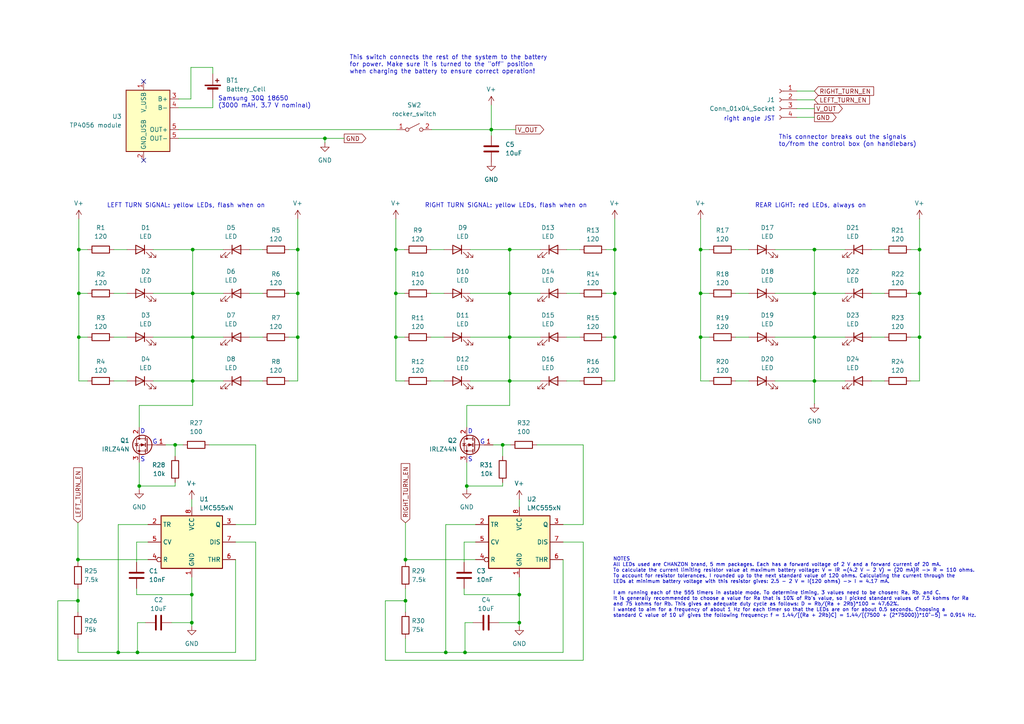
<source format=kicad_sch>
(kicad_sch (version 20231120) (generator "eeschema") (generator_version "8.0")
  (paper "A4")
  (title_block (title "FarrhadTech Rear Lights Unit") (date "2025-03-26") (rev "0"))
  (lib_symbols
    (symbol "Connector:Conn_01x04_Socket" (pin_names (offset 1.016) hide)
      (property "Reference" "J" (at 0 5.08 0))
      (property "Value" "Conn_01x04_Socket" (at 0 -7.62 0))
      (symbol "Conn_01x04_Socket_1_1"
        (arc (start 0 -4.572) (mid -0.5058 -5.08) (end 0 -5.588) (stroke (width 0.1524)))
        (arc (start 0 -2.032) (mid -0.5058 -2.54) (end 0 -3.048) (stroke (width 0.1524)))
        (polyline (pts (xy -1.27 -5.08) (xy -0.508 -5.08)) (stroke (width 0.1524)))
        (polyline (pts (xy -1.27 -2.54) (xy -0.508 -2.54)) (stroke (width 0.1524)))
        (polyline (pts (xy -1.27 0) (xy -0.508 0)) (stroke (width 0.1524)))
        (polyline (pts (xy -1.27 2.54) (xy -0.508 2.54)) (stroke (width 0.1524)))
        (arc (start 0 0.508) (mid -0.5058 0) (end 0 -0.508) (stroke (width 0.1524)))
        (arc (start 0 3.048) (mid -0.5058 2.54) (end 0 2.032) (stroke (width 0.1524)))
        (pin passive line (at -5.08 2.54 0) (length 3.81) (name "Pin_1") (number "1"))
        (pin passive line (at -5.08 0 0) (length 3.81) (name "Pin_2") (number "2"))
        (pin passive line (at -5.08 -2.54 0) (length 3.81) (name "Pin_3") (number "3"))
        (pin passive line (at -5.08 -5.08 0) (length 3.81) (name "Pin_4") (number "4"))
      )
    )
    (symbol "Device:Battery_Cell" (pin_numbers hide) (pin_names (offset 0) hide)
      (property "Reference" "BT" (at 2.54 2.54 0))
      (property "Value" "Battery_Cell" (at 2.54 0 0))
      (symbol "Battery_Cell_0_1"
        (rectangle (start -2.286 1.778) (end 2.286 1.524) (fill (type outline)))
        (rectangle (start -1.524 1.016) (end 1.524 0.508) (fill (type outline)))
        (polyline (pts (xy 0 0.762) (xy 0 0)))
        (polyline (pts (xy 0 1.778) (xy 0 2.54)))
        (polyline (pts (xy 0.762 3.048) (xy 1.778 3.048)) (stroke (width 0.254)))
        (polyline (pts (xy 1.27 3.556) (xy 1.27 2.54)) (stroke (width 0.254)))
      )
      (symbol "Battery_Cell_1_1"
        (pin passive line (at 0 5.08 270) (length 2.54) (name "+") (number "1"))
        (pin passive line (at 0 -2.54 90) (length 2.54) (name "-") (number "2"))
      )
    )
    (symbol "Device:C" (pin_numbers hide) (pin_names (offset 0.254))
      (property "Reference" "C" (at 0.635 2.54 0))
      (property "Value" "C" (at 0.635 -2.54 0))
      (symbol "C_0_1"
        (polyline (pts (xy -2.032 -0.762) (xy 2.032 -0.762)) (stroke (width 0.508)))
        (polyline (pts (xy -2.032 0.762) (xy 2.032 0.762)) (stroke (width 0.508)))
      )
      (symbol "C_1_1"
        (pin passive line (at 0 3.81 270) (length 2.794) (name "~") (number "1"))
        (pin passive line (at 0 -3.81 90) (length 2.794) (name "~") (number "2"))
      )
    )
    (symbol "Device:LED" (pin_numbers hide) (pin_names (offset 1.016) hide)
      (property "Reference" "D" (at 0 2.54 0))
      (property "Value" "LED" (at 0 -2.54 0))
      (symbol "LED_0_1"
        (polyline (pts (xy -1.27 -1.27) (xy -1.27 1.27)) (stroke (width 0.254)))
        (polyline (pts (xy -1.27 0) (xy 1.27 0)))
        (polyline (pts (xy 1.27 -1.27) (xy 1.27 1.27) (xy -1.27 0) (xy 1.27 -1.27)) (stroke (width 0.254)))
        (polyline (pts (xy -3.048 -0.762) (xy -4.572 -2.286) (xy -3.81 -2.286) (xy -4.572 -2.286) (xy -4.572 -1.524)))
        (polyline (pts (xy -1.778 -0.762) (xy -3.302 -2.286) (xy -2.54 -2.286) (xy -3.302 -2.286) (xy -3.302 -1.524)))
      )
      (symbol "LED_1_1"
        (pin passive line (at -3.81 0 0) (length 2.54) (name "K") (number "1"))
        (pin passive line (at 3.81 0 180) (length 2.54) (name "A") (number "2"))
      )
    )
    (symbol "Device:R" (pin_numbers hide) (pin_names (offset 0))
      (property "Reference" "R" (at 2.032 0 90))
      (property "Value" "R" (at 0 0 90))
      (symbol "R_0_1"
        (rectangle (start -1.016 -2.54) (end 1.016 2.54) (stroke (width 0.254)))
      )
      (symbol "R_1_1"
        (pin passive line (at 0 3.81 270) (length 1.27) (name "~") (number "1"))
        (pin passive line (at 0 -3.81 90) (length 1.27) (name "~") (number "2"))
      )
    )
    (symbol "FarrhadTech:TP4056"
      (property "Reference" "U" (at -7.62 10.16 0))
      (property "Value" "TP4056 module" (at 4.064 10.16 0))
      (symbol "TP4056_0_1"
        (rectangle (start -10.16 7.62) (end 2.54 -10.16) (stroke (width 0.254)) (fill (type background)))
      )
      (symbol "TP4056_1_1"
        (pin power_in line (at -2.54 10.16 270) (length 2.54) (name "V_USB") (number "1"))
        (pin power_in line (at -2.54 -12.7 90) (length 2.54) (name "GND_USB") (number "2"))
        (pin power_out line (at -12.7 5.08 0) (length 2.54) (name "B+") (number "3"))
        (pin power_out line (at -12.7 2.54 0) (length 2.54) (name "B-") (number "4"))
        (pin power_out line (at -12.7 -3.81 0) (length 2.54) (name "OUT+") (number "5"))
        (pin power_out line (at -12.7 -6.35 0) (length 2.54) (name "OUT-") (number "5"))
      )
    )
    (symbol "Switch:SW_SPST" (pin_names (offset 0) hide)
      (property "Reference" "SW" (at 0 3.175 0))
      (property "Value" "SW_SPST" (at 0 -2.54 0))
      (symbol "SW_SPST_0_0"
        (circle (center -2.032 0) (radius 0.508))
        (polyline (pts (xy -1.524 0.254) (xy 1.524 1.778)))
        (circle (center 2.032 0) (radius 0.508))
      )
      (symbol "SW_SPST_1_1"
        (pin passive line (at -5.08 0 0) (length 2.54) (name "A") (number "1"))
        (pin passive line (at 5.08 0 180) (length 2.54) (name "B") (number "2"))
      )
    )
    (symbol "Timer:LMC555xN"
      (property "Reference" "U" (at -10.16 8.89 0))
      (property "Value" "LMC555xN" (at 2.54 8.89 0))
      (symbol "LMC555xN_0_0"
        (pin power_in line (at 0 -10.16 90) (length 2.54) (name "GND") (number "1"))
        (pin power_in line (at 0 10.16 270) (length 2.54) (name "VCC") (number "8"))
      )
      (symbol "LMC555xN_0_1"
        (rectangle (start -8.89 -7.62) (end 8.89 7.62) (stroke (width 0.254)) (fill (type background)))
        (rectangle (start -8.89 -7.62) (end 8.89 7.62) (stroke (width 0.254)) (fill (type background)))
      )
      (symbol "LMC555xN_1_1"
        (pin input line (at -12.7 5.08 0) (length 3.81) (name "TR") (number "2"))
        (pin output line (at 12.7 5.08 180) (length 3.81) (name "Q") (number "3"))
        (pin input inverted (at -12.7 -5.08 0) (length 3.81) (name "R") (number "4"))
        (pin input line (at -12.7 0 0) (length 3.81) (name "CV") (number "5"))
        (pin input line (at 12.7 -5.08 180) (length 3.81) (name "THR") (number "6"))
        (pin input line (at 12.7 0 180) (length 3.81) (name "DIS") (number "7"))
      )
    )
    (symbol "Transistor_FET:IRLZ44N" (pin_names hide)
      (property "Reference" "Q" (at 5.08 1.905 0))
      (property "Value" "IRLZ44N" (at 5.08 0 0))
      (symbol "IRLZ44N_0_1"
        (polyline (pts (xy 0.254 0) (xy -2.54 0)))
        (polyline (pts (xy 0.254 1.905) (xy 0.254 -1.905)) (stroke (width 0.254)))
        (polyline (pts (xy 0.762 -1.27) (xy 0.762 -2.286)) (stroke (width 0.254)))
        (polyline (pts (xy 0.762 0.508) (xy 0.762 -0.508)) (stroke (width 0.254)))
        (polyline (pts (xy 0.762 2.286) (xy 0.762 1.27)) (stroke (width 0.254)))
        (polyline (pts (xy 2.54 2.54) (xy 2.54 1.778)))
        (polyline (pts (xy 2.54 -2.54) (xy 2.54 0) (xy 0.762 0)))
        (polyline (pts (xy 0.762 -1.778) (xy 3.302 -1.778) (xy 3.302 1.778) (xy 0.762 1.778)))
        (polyline (pts (xy 1.016 0) (xy 2.032 0.381) (xy 2.032 -0.381) (xy 1.016 0)) (fill (type outline)))
        (polyline (pts (xy 2.794 0.508) (xy 2.921 0.381) (xy 3.683 0.381) (xy 3.81 0.254)))
        (polyline (pts (xy 3.302 0.381) (xy 2.921 -0.254) (xy 3.683 -0.254) (xy 3.302 0.381)))
        (circle (center 1.651 0) (radius 2.794) (stroke (width 0.254)))
        (circle (center 2.54 -1.778) (radius 0.254) (fill (type outline)))
        (circle (center 2.54 1.778) (radius 0.254) (fill (type outline)))
      )
      (symbol "IRLZ44N_1_1"
        (pin input line (at -5.08 0 0) (length 2.54) (name "G") (number "1"))
        (pin passive line (at 2.54 5.08 270) (length 2.54) (name "D") (number "2"))
        (pin passive line (at 2.54 -5.08 90) (length 2.54) (name "S") (number "3"))
      )
    )
    (symbol "power:+BATT" (power) (pin_numbers hide) (pin_names (offset 0) hide)
      (property "Value" "+BATT" (at 0 3.556 0))
      (symbol "+BATT_0_1"
        (polyline (pts (xy -0.762 1.27) (xy 0 2.54)))
        (polyline (pts (xy 0 0) (xy 0 2.54)))
        (polyline (pts (xy 0 2.54) (xy 0.762 1.27)))
      )
      (symbol "+BATT_1_1"
        (pin power_in line (at 0 0 90) (length 0) (name "~") (number "1"))
      )
    )
    (symbol "power:GND" (power) (pin_numbers hide) (pin_names (offset 0) hide)
      (property "Value" "GND" (at 0 -3.81 0))
      (symbol "GND_0_1"
        (polyline (pts (xy 0 0) (xy 0 -1.27) (xy 1.27 -1.27) (xy 0 -2.54) (xy -1.27 -1.27) (xy 0 -1.27)))
      )
      (symbol "GND_1_1"
        (pin power_in line (at 0 0 270) (length 0) (name "~") (number "1"))
      )
    )
  )
  (junction (at 86.36 97.79))
  (junction (at 266.7 85.09))
  (junction (at 86.36 72.39))
  (junction (at 117.602 162.306))
  (junction (at 40.386 140.97))
  (junction (at 55.88 85.09))
  (junction (at 34.29 189.23))
  (junction (at 266.7 72.39))
  (junction (at 147.828 85.09))
  (junction (at 236.22 110.49))
  (junction (at 114.808 72.39))
  (junction (at 94.234 40.132))
  (junction (at 22.606 174.244))
  (junction (at 147.828 110.49))
  (junction (at 178.308 72.39))
  (junction (at 22.86 97.79))
  (junction (at 22.86 72.39))
  (junction (at 134.874 189.23))
  (junction (at 236.22 72.39))
  (junction (at 178.308 97.79))
  (junction (at 203.2 85.09))
  (junction (at 22.86 85.09))
  (junction (at 135.382 140.97))
  (junction (at 203.2 72.39))
  (junction (at 150.622 180.594))
  (junction (at 114.808 85.09))
  (junction (at 142.494 37.592))
  (junction (at 266.7 97.79))
  (junction (at 55.88 72.39))
  (junction (at 22.606 162.306))
  (junction (at 39.878 189.23))
  (junction (at 236.22 85.09))
  (junction (at 147.828 97.79))
  (junction (at 147.828 72.39))
  (junction (at 203.2 97.79))
  (junction (at 236.22 97.79))
  (junction (at 55.626 180.594))
  (junction (at 50.8 129.032))
  (junction (at 129.286 189.23))
  (junction (at 55.88 110.49))
  (junction (at 55.626 172.466))
  (junction (at 117.602 174.244))
  (junction (at 150.622 172.466))
  (junction (at 114.808 97.79))
  (junction (at 86.36 85.09))
  (junction (at 55.88 97.79))
  (junction (at 145.796 129.032))
  (junction (at 178.308 85.09))
  (no_connect (at 41.656 23.622))
  (no_connect (at 41.656 46.482))
  (wire (pts (xy 34.29 152.146) (xy 34.29 189.23)))
  (wire (pts (xy 86.36 97.79) (xy 86.36 85.09)))
  (wire (pts (xy 94.234 40.132) (xy 99.822 40.132)))
  (wire (pts (xy 33.02 85.09) (xy 36.83 85.09)))
  (wire (pts (xy 136.398 110.49) (xy 147.828 110.49)))
  (wire (pts (xy 135.382 123.952) (xy 135.382 117.602)))
  (wire (pts (xy 266.7 97.79) (xy 266.7 85.09)))
  (wire (pts (xy 55.626 144.78) (xy 55.626 147.066)))
  (wire (pts (xy 252.73 85.09) (xy 256.54 85.09)))
  (wire (pts (xy 55.88 110.49) (xy 55.88 117.602)))
  (wire (pts (xy 50.8 139.954) (xy 50.8 140.97)))
  (wire (pts (xy 83.82 97.79) (xy 86.36 97.79)))
  (wire (pts (xy 68.326 162.306) (xy 68.326 189.23)))
  (wire (pts (xy 86.36 63.5) (xy 86.36 72.39)))
  (wire (pts (xy 22.606 174.244) (xy 22.606 177.546)))
  (wire (pts (xy 34.29 189.23) (xy 39.878 189.23)))
  (wire (pts (xy 72.39 85.09) (xy 76.2 85.09)))
  (wire (pts (xy 74.168 152.146) (xy 74.168 129.032)))
  (wire (pts (xy 145.796 139.954) (xy 145.796 140.97)))
  (wire (pts (xy 178.308 97.79) (xy 178.308 110.49)))
  (wire (pts (xy 231.14 31.496) (xy 236.22 31.496)))
  (wire (pts (xy 25.4 85.09) (xy 22.86 85.09)))
  (wire (pts (xy 203.2 63.5) (xy 203.2 72.39)))
  (wire (pts (xy 150.622 144.78) (xy 150.622 147.066)))
  (wire (pts (xy 150.622 167.386) (xy 150.622 172.466)))
  (wire (pts (xy 252.73 97.79) (xy 256.54 97.79)))
  (wire (pts (xy 164.338 97.79) (xy 168.148 97.79)))
  (wire (pts (xy 39.624 157.226) (xy 42.926 157.226)))
  (wire (pts (xy 16.764 191.516) (xy 16.764 174.244)))
  (wire (pts (xy 147.828 85.09) (xy 136.398 85.09)))
  (wire (pts (xy 147.828 110.49) (xy 147.828 97.79)))
  (wire (pts (xy 72.39 97.79) (xy 76.2 97.79)))
  (wire (pts (xy 39.624 170.688) (xy 39.624 172.466)))
  (wire (pts (xy 55.88 97.79) (xy 55.88 85.09)))
  (wire (pts (xy 55.88 72.39) (xy 55.88 85.09)))
  (wire (pts (xy 25.4 110.49) (xy 22.86 110.49)))
  (wire (pts (xy 224.79 110.49) (xy 236.22 110.49)))
  (wire (pts (xy 16.764 174.244) (xy 22.606 174.244)))
  (wire (pts (xy 74.168 129.032) (xy 60.706 129.032)))
  (wire (pts (xy 134.874 180.594) (xy 137.16 180.594)))
  (wire (pts (xy 252.73 110.49) (xy 256.54 110.49)))
  (wire (pts (xy 178.308 97.79) (xy 178.308 85.09)))
  (wire (pts (xy 51.816 40.132) (xy 94.234 40.132)))
  (wire (pts (xy 205.74 110.49) (xy 203.2 110.49)))
  (wire (pts (xy 142.494 30.48) (xy 142.494 37.592)))
  (wire (pts (xy 164.338 110.49) (xy 168.148 110.49)))
  (wire (pts (xy 25.4 97.79) (xy 22.86 97.79)))
  (wire (pts (xy 22.606 185.166) (xy 22.606 189.23)))
  (wire (pts (xy 236.22 110.49) (xy 236.22 97.79)))
  (wire (pts (xy 39.878 189.23) (xy 68.326 189.23)))
  (wire (pts (xy 111.76 191.516) (xy 111.76 174.244)))
  (wire (pts (xy 117.348 85.09) (xy 114.808 85.09)))
  (wire (pts (xy 169.164 152.146) (xy 169.164 129.032)))
  (wire (pts (xy 264.16 97.79) (xy 266.7 97.79)))
  (wire (pts (xy 39.624 163.068) (xy 39.624 157.226)))
  (wire (pts (xy 163.322 152.146) (xy 169.164 152.146)))
  (wire (pts (xy 39.624 172.466) (xy 55.626 172.466)))
  (wire (pts (xy 135.382 134.112) (xy 135.382 140.97)))
  (wire (pts (xy 117.602 170.688) (xy 117.602 174.244)))
  (wire (pts (xy 213.36 85.09) (xy 217.17 85.09)))
  (wire (pts (xy 51.816 37.592) (xy 115.062 37.592)))
  (wire (pts (xy 236.22 72.39) (xy 236.22 85.09)))
  (wire (pts (xy 264.16 110.49) (xy 266.7 110.49)))
  (wire (pts (xy 203.2 72.39) (xy 205.74 72.39)))
  (wire (pts (xy 22.606 162.306) (xy 42.926 162.306)))
  (wire (pts (xy 150.622 180.594) (xy 150.622 181.61)))
  (wire (pts (xy 117.602 163.068) (xy 117.602 162.306)))
  (wire (pts (xy 114.808 72.39) (xy 117.348 72.39)))
  (wire (pts (xy 125.222 37.592) (xy 142.494 37.592)))
  (wire (pts (xy 44.45 110.49) (xy 55.88 110.49)))
  (wire (pts (xy 147.828 97.79) (xy 156.718 97.79)))
  (wire (pts (xy 55.372 28.702) (xy 55.372 19.558)))
  (wire (pts (xy 83.82 85.09) (xy 86.36 85.09)))
  (wire (pts (xy 163.322 162.306) (xy 163.322 189.23)))
  (wire (pts (xy 74.168 191.516) (xy 16.764 191.516)))
  (wire (pts (xy 22.86 97.79) (xy 22.86 110.49)))
  (wire (pts (xy 48.006 129.032) (xy 50.8 129.032)))
  (wire (pts (xy 129.286 189.23) (xy 134.874 189.23)))
  (wire (pts (xy 175.768 97.79) (xy 178.308 97.79)))
  (wire (pts (xy 49.784 180.594) (xy 55.626 180.594)))
  (wire (pts (xy 205.74 97.79) (xy 203.2 97.79)))
  (wire (pts (xy 145.796 129.032) (xy 145.796 132.334)))
  (wire (pts (xy 22.86 63.5) (xy 22.86 72.39)))
  (wire (pts (xy 55.88 85.09) (xy 44.45 85.09)))
  (wire (pts (xy 40.386 140.97) (xy 40.386 141.986)))
  (wire (pts (xy 142.494 37.592) (xy 142.494 39.37)))
  (wire (pts (xy 72.39 110.49) (xy 76.2 110.49)))
  (wire (pts (xy 148.082 129.032) (xy 145.796 129.032)))
  (wire (pts (xy 147.828 117.602) (xy 147.828 110.49)))
  (wire (pts (xy 266.7 63.5) (xy 266.7 72.39)))
  (wire (pts (xy 61.722 19.558) (xy 61.722 21.336)))
  (wire (pts (xy 135.382 140.97) (xy 135.382 141.986)))
  (wire (pts (xy 55.88 72.39) (xy 64.77 72.39)))
  (wire (pts (xy 147.828 110.49) (xy 156.718 110.49)))
  (wire (pts (xy 86.36 97.79) (xy 86.36 110.49)))
  (wire (pts (xy 134.62 172.466) (xy 150.622 172.466)))
  (wire (pts (xy 22.86 97.79) (xy 22.86 85.09)))
  (wire (pts (xy 22.606 189.23) (xy 34.29 189.23)))
  (wire (pts (xy 117.348 110.49) (xy 114.808 110.49)))
  (wire (pts (xy 129.286 152.146) (xy 137.922 152.146)))
  (wire (pts (xy 135.382 117.602) (xy 147.828 117.602)))
  (wire (pts (xy 124.968 72.39) (xy 128.778 72.39)))
  (wire (pts (xy 55.626 180.594) (xy 55.626 181.61)))
  (wire (pts (xy 22.606 163.068) (xy 22.606 162.306)))
  (wire (pts (xy 44.45 97.79) (xy 55.88 97.79)))
  (wire (pts (xy 147.828 85.09) (xy 156.718 85.09)))
  (wire (pts (xy 55.88 97.79) (xy 55.88 110.49)))
  (wire (pts (xy 39.878 180.594) (xy 42.164 180.594)))
  (wire (pts (xy 55.626 167.386) (xy 55.626 172.466)))
  (wire (pts (xy 50.8 140.97) (xy 40.386 140.97)))
  (wire (pts (xy 163.322 157.226) (xy 169.164 157.226)))
  (wire (pts (xy 117.602 151.638) (xy 117.602 162.306)))
  (wire (pts (xy 236.22 97.79) (xy 245.11 97.79)))
  (wire (pts (xy 178.308 72.39) (xy 175.768 72.39)))
  (wire (pts (xy 33.02 72.39) (xy 36.83 72.39)))
  (wire (pts (xy 236.22 85.09) (xy 224.79 85.09)))
  (wire (pts (xy 114.808 97.79) (xy 114.808 85.09)))
  (wire (pts (xy 231.14 26.416) (xy 236.22 26.416)))
  (wire (pts (xy 266.7 85.09) (xy 266.7 72.39)))
  (wire (pts (xy 144.78 180.594) (xy 150.622 180.594)))
  (wire (pts (xy 33.02 97.79) (xy 36.83 97.79)))
  (wire (pts (xy 117.602 189.23) (xy 129.286 189.23)))
  (wire (pts (xy 111.76 174.244) (xy 117.602 174.244)))
  (wire (pts (xy 264.16 85.09) (xy 266.7 85.09)))
  (wire (pts (xy 55.372 19.558) (xy 61.722 19.558)))
  (wire (pts (xy 145.796 140.97) (xy 135.382 140.97)))
  (wire (pts (xy 134.874 180.594) (xy 134.874 189.23)))
  (wire (pts (xy 83.82 110.49) (xy 86.36 110.49)))
  (wire (pts (xy 124.968 97.79) (xy 128.778 97.79)))
  (wire (pts (xy 86.36 72.39) (xy 83.82 72.39)))
  (wire (pts (xy 213.36 110.49) (xy 217.17 110.49)))
  (wire (pts (xy 129.286 152.146) (xy 129.286 189.23)))
  (wire (pts (xy 44.45 72.39) (xy 55.88 72.39)))
  (wire (pts (xy 203.2 97.79) (xy 203.2 85.09)))
  (wire (pts (xy 164.338 85.09) (xy 168.148 85.09)))
  (wire (pts (xy 34.29 152.146) (xy 42.926 152.146)))
  (wire (pts (xy 203.2 97.79) (xy 203.2 110.49)))
  (wire (pts (xy 231.14 34.036) (xy 236.22 34.036)))
  (wire (pts (xy 68.326 152.146) (xy 74.168 152.146)))
  (wire (pts (xy 236.22 97.79) (xy 236.22 85.09)))
  (wire (pts (xy 61.722 31.242) (xy 61.722 28.956)))
  (wire (pts (xy 143.002 129.032) (xy 145.796 129.032)))
  (wire (pts (xy 33.02 110.49) (xy 36.83 110.49)))
  (wire (pts (xy 39.878 180.594) (xy 39.878 189.23)))
  (wire (pts (xy 40.386 123.952) (xy 40.386 117.602)))
  (wire (pts (xy 22.86 72.39) (xy 25.4 72.39)))
  (wire (pts (xy 169.164 129.032) (xy 155.702 129.032)))
  (wire (pts (xy 175.768 110.49) (xy 178.308 110.49)))
  (wire (pts (xy 231.14 28.956) (xy 236.22 28.956)))
  (wire (pts (xy 134.874 189.23) (xy 163.322 189.23)))
  (wire (pts (xy 147.828 72.39) (xy 156.718 72.39)))
  (wire (pts (xy 213.36 97.79) (xy 217.17 97.79)))
  (wire (pts (xy 203.2 85.09) (xy 203.2 72.39)))
  (wire (pts (xy 175.768 85.09) (xy 178.308 85.09)))
  (wire (pts (xy 236.22 110.49) (xy 236.22 117.094)))
  (wire (pts (xy 178.308 63.5) (xy 178.308 72.39)))
  (wire (pts (xy 94.234 40.132) (xy 94.234 41.402)))
  (wire (pts (xy 117.602 185.166) (xy 117.602 189.23)))
  (wire (pts (xy 22.606 170.688) (xy 22.606 174.244)))
  (wire (pts (xy 68.326 157.226) (xy 74.168 157.226)))
  (wire (pts (xy 134.62 163.068) (xy 134.62 157.226)))
  (wire (pts (xy 134.62 157.226) (xy 137.922 157.226)))
  (wire (pts (xy 136.398 97.79) (xy 147.828 97.79)))
  (wire (pts (xy 55.88 85.09) (xy 64.77 85.09)))
  (wire (pts (xy 147.828 97.79) (xy 147.828 85.09)))
  (wire (pts (xy 147.828 72.39) (xy 147.828 85.09)))
  (wire (pts (xy 266.7 72.39) (xy 264.16 72.39)))
  (wire (pts (xy 51.816 28.702) (xy 55.372 28.702)))
  (wire (pts (xy 117.602 162.306) (xy 137.922 162.306)))
  (wire (pts (xy 142.494 37.592) (xy 149.606 37.592)))
  (wire (pts (xy 169.164 157.226) (xy 169.164 191.516)))
  (wire (pts (xy 55.88 97.79) (xy 64.77 97.79)))
  (wire (pts (xy 252.73 72.39) (xy 256.54 72.39)))
  (wire (pts (xy 224.79 72.39) (xy 236.22 72.39)))
  (wire (pts (xy 266.7 97.79) (xy 266.7 110.49)))
  (wire (pts (xy 22.606 151.638) (xy 22.606 162.306)))
  (wire (pts (xy 53.086 129.032) (xy 50.8 129.032)))
  (wire (pts (xy 117.602 174.244) (xy 117.602 177.546)))
  (wire (pts (xy 55.626 172.466) (xy 55.626 180.594)))
  (wire (pts (xy 117.348 97.79) (xy 114.808 97.79)))
  (wire (pts (xy 236.22 110.49) (xy 245.11 110.49)))
  (wire (pts (xy 40.386 117.602) (xy 55.88 117.602)))
  (wire (pts (xy 50.8 129.032) (xy 50.8 132.334)))
  (wire (pts (xy 114.808 63.5) (xy 114.808 72.39)))
  (wire (pts (xy 22.86 72.39) (xy 22.86 85.09)))
  (wire (pts (xy 114.808 85.09) (xy 114.808 72.39)))
  (wire (pts (xy 74.168 157.226) (xy 74.168 191.516)))
  (wire (pts (xy 72.39 72.39) (xy 76.2 72.39)))
  (wire (pts (xy 150.622 172.466) (xy 150.622 180.594)))
  (wire (pts (xy 114.808 97.79) (xy 114.808 110.49)))
  (wire (pts (xy 40.386 134.112) (xy 40.386 140.97)))
  (wire (pts (xy 213.36 72.39) (xy 217.17 72.39)))
  (wire (pts (xy 124.968 85.09) (xy 128.778 85.09)))
  (wire (pts (xy 205.74 85.09) (xy 203.2 85.09)))
  (wire (pts (xy 169.164 191.516) (xy 111.76 191.516)))
  (wire (pts (xy 86.36 85.09) (xy 86.36 72.39)))
  (wire (pts (xy 134.62 170.688) (xy 134.62 172.466)))
  (wire (pts (xy 224.79 97.79) (xy 236.22 97.79)))
  (wire (pts (xy 236.22 85.09) (xy 245.11 85.09)))
  (wire (pts (xy 136.398 72.39) (xy 147.828 72.39)))
  (wire (pts (xy 178.308 85.09) (xy 178.308 72.39)))
  (wire (pts (xy 236.22 72.39) (xy 245.11 72.39)))
  (wire (pts (xy 164.338 72.39) (xy 168.148 72.39)))
  (wire (pts (xy 55.88 110.49) (xy 64.77 110.49)))
  (wire (pts (xy 124.968 110.49) (xy 128.778 110.49)))
  (wire (pts (xy 51.816 31.242) (xy 61.722 31.242)))
  (text "REAR LIGHT: red LEDs, always on" (at 218.948 59.69 0) (effects (font (size 1.27 1.27)) (justify left)))
  (text "This connector breaks out the signals \nto/from the control box (on handlebars)" (at 225.806 40.894 0) (effects (font (size 1.27 1.27)) (justify left)))
  (text "This switch connects the rest of the system to the battery  \nfor power. Make sure it is turned to the \"off\" position \nwhen charging the battery to ensure correct operation!" (at 101.346 18.796 0) (effects (font (size 1.27 1.27)) (justify left)))
  (text "right angle JST" (at 224.79 34.544 0) (effects (font (size 1.27 1.27)) (justify right)))
  (text "Samsung 30Q 18650 \n(3000 mAH, 3.7 V nominal)" (at 63.246 29.718 0) (effects (font (size 1.27 1.27)) (justify left)))
  (text "D" (at 136.398 125.222 0) (effects (font (size 1.27 1.27))))
  (text "G" (at 139.954 128.27 0) (effects (font (size 1.27 1.27))))
  (text "LEFT TURN SIGNAL: yellow LEDs, flash when on" (at 30.988 59.69 0) (effects (font (size 1.27 1.27)) (justify left)))
  (text "G" (at 44.958 128.27 0) (effects (font (size 1.27 1.27))))
  (text "D" (at 41.402 125.222 0) (effects (font (size 1.27 1.27))))
  (text "RIGHT TURN SIGNAL: yellow LEDs, flash when on" (at 123.19 59.69 0) (effects (font (size 1.27 1.27)) (justify left)))
  (text "S" (at 41.402 133.35 0) (effects (font (size 1.27 1.27))))
  (text "NOTES\nAll LEDs used are CHANZON brand, 5 mm packages. Each has a forward voltage of 2 V and a forward current of 20 mA. \nTo calculate the current limiting resistor value at maximum battery voltage: V = IR =(4.2 V - 2 V) = (20 mA)R -> R = 110 ohms.\nTo account for resistor tolerances, I rounded up to the next standard value of 120 ohms. Calculating the current through the \nLEDs at minimum battery voltage with this resistor gives: 2.5 - 2 V = I(120 ohms) -> I = 4.17 mA.\n\nI am running each of the 555 timers in astable mode. To determine timing, 3 values need to be chosen: Ra, Rb, and C.\nIt is generally recommended to choose a value for Ra that is 10% of Rb's value, so I picked standard values of 7.5 kohms for Ra \nand 75 kohms for Rb. This gives an adequate duty cycle as follows: D = Rb/(Ra + 2Rb)*100 = 47.62%.\nI wanted to aim for a frequency of about 1 Hz for each timer so that the LEDs are on for about 0.5 seconds. Choosing a \nstandard C value of 10 uF gives the following frequency: f = 1.44/[(Ra + 2Rb)C] = 1.44/[(7500 + (2*75000))*10^-5] = 0.914 Hz." (at 177.8 170.434 0) (effects (font (size 1.016 1.016)) (justify left)))
  (text "S" (at 136.398 133.35 0) (effects (font (size 1.27 1.27))))
  (global_label "RIGHT_TURN_EN" (shape input) (at 236.22 26.416 0) (property "Intersheetrefs" "${INTERSHEET_REFS}" (effects (hide yes))))
  (global_label "RIGHT_TURN_EN" (shape input) (at 117.602 151.638 90) (property "Intersheetrefs" "${INTERSHEET_REFS}" (effects (hide yes))))
  (global_label "GND" (shape output) (at 236.22 34.036 0) (property "Intersheetrefs" "${INTERSHEET_REFS}" (effects (hide yes))))
  (global_label "GND" (shape output) (at 99.822 40.132 0) (property "Intersheetrefs" "${INTERSHEET_REFS}" (effects (hide yes))))
  (global_label "LEFT_TURN_EN" (shape input) (at 236.22 28.956 0) (property "Intersheetrefs" "${INTERSHEET_REFS}" (effects (hide yes))))
  (global_label "V_OUT" (shape output) (at 149.606 37.592 0) (property "Intersheetrefs" "${INTERSHEET_REFS}" (effects (hide yes))))
  (global_label "V_OUT" (shape output) (at 236.22 31.496 0) (property "Intersheetrefs" "${INTERSHEET_REFS}" (effects (hide yes))))
  (global_label "LEFT_TURN_EN" (shape input) (at 22.606 151.638 90) (property "Intersheetrefs" "${INTERSHEET_REFS}" (effects (hide yes))))
  (symbol (lib_id "power:GND") (at 142.494 46.99 0) (unit 1)
    (property "Reference" "#PWR016" (effects (hide yes)))
    (property "Value" "GND" (at 142.494 52.07 0))
    (property "Description" "Power symbol creates a global label with name \"GND\" , ground" (effects (hide yes)))
  )
  (symbol (lib_id "Device:LED") (at 40.64 110.49 0) (mirror y) (unit 1)
    (property "Reference" "D4" (at 42.2275 104.14 0))
    (property "Value" "LED" (at 42.2275 106.68 0))
    (property "Description" "Light emitting diode" (effects (hide yes)))
  )
  (symbol (lib_id "Device:LED") (at 68.58 97.79 0) (unit 1)
    (property "Reference" "D7" (at 66.9925 91.44 0))
    (property "Value" "LED" (at 66.9925 93.98 0))
    (property "Description" "Light emitting diode" (effects (hide yes)))
  )
  (symbol (lib_id "Device:R") (at 121.158 110.49 270) (unit 1)
    (property "Reference" "R12" (at 121.158 104.902 90))
    (property "Value" "120" (at 121.158 107.442 90))
    (property "Description" "Resistor" (effects (hide yes)))
  )
  (symbol (lib_id "Device:R") (at 171.958 110.49 90) (mirror x) (unit 1)
    (property "Reference" "R16" (at 171.958 104.902 90))
    (property "Value" "120" (at 171.958 107.442 90))
    (property "Description" "Resistor" (effects (hide yes)))
  )
  (symbol (lib_id "power:GND") (at 135.382 141.986 0) (mirror y) (unit 1)
    (property "Reference" "#PWR011" (effects (hide yes)))
    (property "Value" "GND" (at 135.382 147.066 0))
    (property "Description" "Power symbol creates a global label with name \"GND\" , ground" (effects (hide yes)))
  )
  (symbol (lib_id "Device:LED") (at 132.588 97.79 0) (mirror y) (unit 1)
    (property "Reference" "D11" (at 134.1755 91.44 0))
    (property "Value" "LED" (at 134.1755 93.98 0))
    (property "Description" "Light emitting diode" (effects (hide yes)))
  )
  (symbol (lib_id "Device:R") (at 209.55 110.49 270) (unit 1)
    (property "Reference" "R20" (at 209.55 104.902 90))
    (property "Value" "120" (at 209.55 107.442 90))
    (property "Description" "Resistor" (effects (hide yes)))
  )
  (symbol (lib_id "Device:LED") (at 248.92 72.39 0) (unit 1)
    (property "Reference" "D21" (at 247.3325 66.04 0))
    (property "Value" "LED" (at 247.3325 68.58 0))
    (property "Description" "Light emitting diode" (effects (hide yes)))
  )
  (symbol (lib_id "Device:LED") (at 40.64 72.39 0) (mirror y) (unit 1)
    (property "Reference" "D1" (at 42.2275 66.04 0))
    (property "Value" "LED" (at 42.2275 68.58 0))
    (property "Description" "Light emitting diode" (effects (hide yes)))
  )
  (symbol (lib_id "Device:R") (at 56.896 129.032 270) (unit 1)
    (property "Reference" "R27" (at 56.896 122.682 90))
    (property "Value" "100" (at 56.896 125.222 90))
    (property "Description" "Resistor" (effects (hide yes)))
  )
  (symbol (lib_id "power:+BATT") (at 114.808 63.5 0) (unit 1)
    (property "Reference" "#PWR02" (effects (hide yes)))
    (property "Value" "V+" (at 114.808 58.928 0))
    (property "Description" "Power symbol creates a global label with name \"+BATT\"" (effects (hide yes)))
  )
  (symbol (lib_id "Transistor_FET:IRLZ44N") (at 42.926 129.032 0) (mirror y) (unit 1)
    (property "Reference" "Q1" (at 37.592 127.7619 0) (effects (justify left)))
    (property "Value" "IRLZ44N" (at 37.592 130.3019 0) (effects (justify left)))
    (property "Footprint" "Package_TO_SOT_THT:TO-220-3_Vertical" (effects (hide yes)))
    (property "Datasheet" "http://www.irf.com/product-info/datasheets/data/irlz44n.pdf" (effects (hide yes)))
    (property "Description" "47A Id, 55V Vds, 22mOhm Rds Single N-Channel HEXFET Power MOSFET, TO-220AB" (effects (hide yes)))
  )
  (symbol (lib_id "FarrhadTech:TP4056") (at 39.116 33.782 0) (mirror y) (unit 1)
    (property "Reference" "U3" (at 35.306 33.7819 0) (effects (justify left)))
    (property "Value" "TP4056 module" (at 35.306 36.3219 0) (effects (justify left)))
    (property "Footprint" "..." (effects (hide yes)))
    (property "Datasheet" "https://scienticy.com/tp4065-module-3-7v-lithium-battery-charging-with-protection/" (effects (hide yes)))
    (property "Description" "battery management module" (effects (hide yes)))
  )
  (symbol (lib_id "Device:R") (at 117.602 181.356 180) (unit 1)
    (property "Reference" "R30" (at 119.38 180.0859 0) (effects (justify right)))
    (property "Value" "75k" (at 119.38 182.6259 0) (effects (justify right)))
    (property "Description" "Resistor" (effects (hide yes)))
  )
  (symbol (lib_id "Device:LED") (at 248.92 97.79 0) (unit 1)
    (property "Reference" "D23" (at 247.3325 91.44 0))
    (property "Value" "LED" (at 247.3325 93.98 0))
    (property "Description" "Light emitting diode" (effects (hide yes)))
  )
  (symbol (lib_id "power:+BATT") (at 55.626 144.78 0) (unit 1)
    (property "Reference" "#PWR013" (effects (hide yes)))
    (property "Value" "V+" (at 55.626 140.208 0))
    (property "Description" "Power symbol creates a global label with name \"+BATT\"" (effects (hide yes)))
  )
  (symbol (lib_id "Device:R") (at 117.602 166.878 180) (unit 1)
    (property "Reference" "R29" (at 119.38 165.6079 0) (effects (justify right)))
    (property "Value" "7.5k" (at 119.38 168.1479 0) (effects (justify right)))
    (property "Description" "Resistor" (effects (hide yes)))
  )
  (symbol (lib_id "Device:LED") (at 68.58 110.49 0) (unit 1)
    (property "Reference" "D8" (at 66.9925 104.14 0))
    (property "Value" "LED" (at 66.9925 106.68 0))
    (property "Description" "Light emitting diode" (effects (hide yes)))
  )
  (symbol (lib_id "power:+BATT") (at 22.86 63.5 0) (unit 1)
    (property "Reference" "#PWR01" (effects (hide yes)))
    (property "Value" "V+" (at 22.86 58.928 0))
    (property "Description" "Power symbol creates a global label with name \"+BATT\"" (effects (hide yes)))
  )
  (symbol (lib_id "Device:LED") (at 220.98 85.09 0) (mirror y) (unit 1)
    (property "Reference" "D18" (at 222.5675 78.74 0))
    (property "Value" "LED" (at 222.5675 81.28 0))
    (property "Description" "Light emitting diode" (effects (hide yes)))
  )
  (symbol (lib_id "power:GND") (at 94.234 41.402 0) (unit 1)
    (property "Reference" "#PWR08" (effects (hide yes)))
    (property "Value" "GND" (at 94.234 46.482 0))
    (property "Description" "Power symbol creates a global label with name \"GND\" , ground" (effects (hide yes)))
  )
  (symbol (lib_id "Device:R") (at 80.01 110.49 90) (mirror x) (unit 1)
    (property "Reference" "R8" (at 80.01 104.902 90))
    (property "Value" "120" (at 80.01 107.442 90))
    (property "Description" "Resistor" (effects (hide yes)))
  )
  (symbol (lib_id "Device:R") (at 80.01 85.09 90) (mirror x) (unit 1)
    (property "Reference" "R6" (at 80.01 79.502 90))
    (property "Value" "120" (at 80.01 82.042 90))
    (property "Description" "Resistor" (effects (hide yes)))
  )
  (symbol (lib_id "Device:C") (at 142.494 43.18 0) (unit 1)
    (property "Reference" "C5" (at 146.558 41.9099 0) (effects (justify left)))
    (property "Value" "10uF" (at 146.558 44.4499 0) (effects (justify left)))
    (property "Description" "Unpolarized capacitor" (effects (hide yes)))
  )
  (symbol (lib_id "Device:R") (at 121.158 97.79 270) (unit 1)
    (property "Reference" "R11" (at 121.158 92.202 90))
    (property "Value" "120" (at 121.158 94.742 90))
    (property "Description" "Resistor" (effects (hide yes)))
  )
  (symbol (lib_id "Device:C") (at 140.97 180.594 270) (unit 1)
    (property "Reference" "C4" (at 140.97 173.99 90))
    (property "Value" "10uF" (at 140.97 176.53 90))
    (property "Description" "Unpolarized capacitor" (effects (hide yes)))
  )
  (symbol (lib_id "Device:LED") (at 68.58 72.39 0) (unit 1)
    (property "Reference" "D5" (at 66.9925 66.04 0))
    (property "Value" "LED" (at 66.9925 68.58 0))
    (property "Description" "Light emitting diode" (effects (hide yes)))
  )
  (symbol (lib_id "power:+BATT") (at 178.308 63.5 0) (unit 1)
    (property "Reference" "#PWR04" (effects (hide yes)))
    (property "Value" "V+" (at 178.308 58.928 0))
    (property "Description" "Power symbol creates a global label with name \"+BATT\"" (effects (hide yes)))
  )
  (symbol (lib_id "Device:LED") (at 248.92 110.49 0) (unit 1)
    (property "Reference" "D24" (at 247.3325 104.14 0))
    (property "Value" "LED" (at 247.3325 106.68 0))
    (property "Description" "Light emitting diode" (effects (hide yes)))
  )
  (symbol (lib_id "Device:LED") (at 160.528 85.09 0) (unit 1)
    (property "Reference" "D14" (at 158.9405 78.74 0))
    (property "Value" "LED" (at 158.9405 81.28 0))
    (property "Description" "Light emitting diode" (effects (hide yes)))
  )
  (symbol (lib_id "Device:LED") (at 160.528 110.49 0) (unit 1)
    (property "Reference" "D16" (at 158.9405 104.14 0))
    (property "Value" "LED" (at 158.9405 106.68 0))
    (property "Description" "Light emitting diode" (effects (hide yes)))
  )
  (symbol (lib_id "power:GND") (at 40.386 141.986 0) (mirror y) (unit 1)
    (property "Reference" "#PWR010" (effects (hide yes)))
    (property "Value" "GND" (at 40.386 147.066 0))
    (property "Description" "Power symbol creates a global label with name \"GND\" , ground" (effects (hide yes)))
  )
  (symbol (lib_id "Device:Battery_Cell") (at 61.722 26.416 0) (unit 1)
    (property "Reference" "BT1" (at 65.532 23.3044 0) (effects (justify left)))
    (property "Value" "Battery_Cell" (at 65.532 25.8444 0) (effects (justify left)))
    (property "Description" "Single-cell battery" (effects (hide yes)))
  )
  (symbol (lib_id "Device:LED") (at 132.588 85.09 0) (mirror y) (unit 1)
    (property "Reference" "D10" (at 134.1755 78.74 0))
    (property "Value" "LED" (at 134.1755 81.28 0))
    (property "Description" "Light emitting diode" (effects (hide yes)))
  )
  (symbol (lib_id "Transistor_FET:IRLZ44N") (at 137.922 129.032 0) (mirror y) (unit 1)
    (property "Reference" "Q2" (at 132.588 127.7619 0) (effects (justify left)))
    (property "Value" "IRLZ44N" (at 132.588 130.3019 0) (effects (justify left)))
    (property "Footprint" "Package_TO_SOT_THT:TO-220-3_Vertical" (effects (hide yes)))
    (property "Datasheet" "http://www.irf.com/product-info/datasheets/data/irlz44n.pdf" (effects (hide yes)))
    (property "Description" "47A Id, 55V Vds, 22mOhm Rds Single N-Channel HEXFET Power MOSFET, TO-220AB" (effects (hide yes)))
  )
  (symbol (lib_id "Device:LED") (at 132.588 110.49 0) (mirror y) (unit 1)
    (property "Reference" "D12" (at 134.1755 104.14 0))
    (property "Value" "LED" (at 134.1755 106.68 0))
    (property "Description" "Light emitting diode" (effects (hide yes)))
  )
  (symbol (lib_id "Device:LED") (at 132.588 72.39 0) (mirror y) (unit 1)
    (property "Reference" "D9" (at 134.1755 66.04 0))
    (property "Value" "LED" (at 134.1755 68.58 0))
    (property "Description" "Light emitting diode" (effects (hide yes)))
  )
  (symbol (lib_id "Device:R") (at 22.606 166.878 180) (unit 1)
    (property "Reference" "R25" (at 24.384 165.6079 0) (effects (justify right)))
    (property "Value" "7.5k" (at 24.384 168.1479 0) (effects (justify right)))
    (property "Description" "Resistor" (effects (hide yes)))
  )
  (symbol (lib_id "Device:R") (at 22.606 181.356 180) (unit 1)
    (property "Reference" "R26" (at 24.384 180.0859 0) (effects (justify right)))
    (property "Value" "75k" (at 24.384 182.6259 0) (effects (justify right)))
    (property "Description" "Resistor" (effects (hide yes)))
  )
  (symbol (lib_id "power:GND") (at 55.626 181.61 0) (unit 1)
    (property "Reference" "#PWR09" (effects (hide yes)))
    (property "Value" "GND" (at 55.626 186.69 0))
    (property "Description" "Power symbol creates a global label with name \"GND\" , ground" (effects (hide yes)))
  )
  (symbol (lib_id "Device:LED") (at 40.64 97.79 0) (mirror y) (unit 1)
    (property "Reference" "D3" (at 42.2275 91.44 0))
    (property "Value" "LED" (at 42.2275 93.98 0))
    (property "Description" "Light emitting diode" (effects (hide yes)))
  )
  (symbol (lib_id "Device:R") (at 145.796 136.144 0) (mirror x) (unit 1)
    (property "Reference" "R31" (at 143.002 134.8739 0) (effects (justify right)))
    (property "Value" "10k" (at 143.002 137.4139 0) (effects (justify right)))
    (property "Description" "Resistor" (effects (hide yes)))
  )
  (symbol (lib_id "Device:R") (at 29.21 85.09 270) (unit 1)
    (property "Reference" "R2" (at 29.21 79.502 90))
    (property "Value" "120" (at 29.21 82.042 90))
    (property "Description" "Resistor" (effects (hide yes)))
  )
  (symbol (lib_id "Device:R") (at 171.958 97.79 90) (mirror x) (unit 1)
    (property "Reference" "R15" (at 171.958 92.202 90))
    (property "Value" "120" (at 171.958 94.742 90))
    (property "Description" "Resistor" (effects (hide yes)))
  )
  (symbol (lib_id "Device:C") (at 39.624 166.878 0) (unit 1)
    (property "Reference" "C1" (at 43.18 165.6079 0) (effects (justify left)))
    (property "Value" "10nF" (at 43.18 168.1479 0) (effects (justify left)))
    (property "Description" "Unpolarized capacitor" (effects (hide yes)))
  )
  (symbol (lib_id "Switch:SW_SPST") (at 120.142 37.592 0) (unit 1)
    (property "Reference" "SW2" (at 120.142 30.48 0))
    (property "Value" "rocker_switch" (at 120.142 33.02 0))
    (property "Description" "Single Pole Single Throw (SPST) switch" (effects (hide yes)))
  )
  (symbol (lib_id "Device:LED") (at 160.528 97.79 0) (unit 1)
    (property "Reference" "D15" (at 158.9405 91.44 0))
    (property "Value" "LED" (at 158.9405 93.98 0))
    (property "Description" "Light emitting diode" (effects (hide yes)))
  )
  (symbol (lib_id "Device:LED") (at 68.58 85.09 0) (unit 1)
    (property "Reference" "D6" (at 66.9925 78.74 0))
    (property "Value" "LED" (at 66.9925 81.28 0))
    (property "Description" "Light emitting diode" (effects (hide yes)))
  )
  (symbol (lib_id "Device:R") (at 171.958 72.39 90) (mirror x) (unit 1)
    (property "Reference" "R13" (at 171.958 66.802 90))
    (property "Value" "120" (at 171.958 69.342 90))
    (property "Description" "Resistor" (effects (hide yes)))
  )
  (symbol (lib_id "Device:LED") (at 220.98 110.49 0) (mirror y) (unit 1)
    (property "Reference" "D20" (at 222.5675 104.14 0))
    (property "Value" "LED" (at 222.5675 106.68 0))
    (property "Description" "Light emitting diode" (effects (hide yes)))
  )
  (symbol (lib_id "Device:R") (at 29.21 97.79 270) (unit 1)
    (property "Reference" "R3" (at 29.21 92.202 90))
    (property "Value" "120" (at 29.21 94.742 90))
    (property "Description" "Resistor" (effects (hide yes)))
  )
  (symbol (lib_id "Device:R") (at 171.958 85.09 90) (mirror x) (unit 1)
    (property "Reference" "R14" (at 171.958 79.502 90))
    (property "Value" "120" (at 171.958 82.042 90))
    (property "Description" "Resistor" (effects (hide yes)))
  )
  (symbol (lib_id "Device:R") (at 209.55 97.79 270) (unit 1)
    (property "Reference" "R19" (at 209.55 92.202 90))
    (property "Value" "120" (at 209.55 94.742 90))
    (property "Description" "Resistor" (effects (hide yes)))
  )
  (symbol (lib_id "Device:R") (at 121.158 85.09 270) (unit 1)
    (property "Reference" "R10" (at 121.158 79.502 90))
    (property "Value" "120" (at 121.158 82.042 90))
    (property "Description" "Resistor" (effects (hide yes)))
  )
  (symbol (lib_id "Device:R") (at 29.21 72.39 270) (unit 1)
    (property "Reference" "R1" (at 29.21 66.04 90))
    (property "Value" "120" (at 29.21 68.58 90))
    (property "Description" "Resistor" (effects (hide yes)))
  )
  (symbol (lib_id "Device:R") (at 209.55 85.09 270) (unit 1)
    (property "Reference" "R18" (at 209.55 79.502 90))
    (property "Value" "120" (at 209.55 82.042 90))
    (property "Description" "Resistor" (effects (hide yes)))
  )
  (symbol (lib_id "Device:R") (at 151.892 129.032 270) (unit 1)
    (property "Reference" "R32" (at 151.892 122.682 90))
    (property "Value" "100" (at 151.892 125.222 90))
    (property "Description" "Resistor" (effects (hide yes)))
  )
  (symbol (lib_id "power:GND") (at 236.22 117.094 0) (mirror y) (unit 1)
    (property "Reference" "#PWR015" (effects (hide yes)))
    (property "Value" "GND" (at 236.22 122.174 0))
    (property "Description" "Power symbol creates a global label with name \"GND\" , ground" (effects (hide yes)))
  )
  (symbol (lib_id "power:+BATT") (at 142.494 30.48 0) (unit 1)
    (property "Reference" "#PWR07" (effects (hide yes)))
    (property "Value" "V+" (at 142.494 25.908 0))
    (property "Description" "Power symbol creates a global label with name \"+BATT\"" (effects (hide yes)))
  )
  (symbol (lib_id "Device:R") (at 80.01 97.79 90) (mirror x) (unit 1)
    (property "Reference" "R7" (at 80.01 92.202 90))
    (property "Value" "120" (at 80.01 94.742 90))
    (property "Description" "Resistor" (effects (hide yes)))
  )
  (symbol (lib_id "Connector:Conn_01x04_Socket") (at 226.06 28.956 0) (mirror y) (unit 1)
    (property "Reference" "J1" (at 224.79 28.9559 0) (effects (justify left)))
    (property "Value" "Conn_01x04_Socket" (at 224.79 31.4959 0) (effects (justify left)))
    (property "Description" "Generic connector, single row, 01x04, script generated" (effects (hide yes)))
  )
  (symbol (lib_id "Device:LED") (at 248.92 85.09 0) (unit 1)
    (property "Reference" "D22" (at 247.3325 78.74 0))
    (property "Value" "LED" (at 247.3325 81.28 0))
    (property "Description" "Light emitting diode" (effects (hide yes)))
  )
  (symbol (lib_id "power:+BATT") (at 86.36 63.5 0) (unit 1)
    (property "Reference" "#PWR03" (effects (hide yes)))
    (property "Value" "V+" (at 86.36 58.928 0))
    (property "Description" "Power symbol creates a global label with name \"+BATT\"" (effects (hide yes)))
  )
  (symbol (lib_id "power:GND") (at 150.622 181.61 0) (unit 1)
    (property "Reference" "#PWR012" (effects (hide yes)))
    (property "Value" "GND" (at 150.622 186.69 0))
    (property "Description" "Power symbol creates a global label with name \"GND\" , ground" (effects (hide yes)))
  )
  (symbol (lib_id "Device:LED") (at 40.64 85.09 0) (mirror y) (unit 1)
    (property "Reference" "D2" (at 42.2275 78.74 0))
    (property "Value" "LED" (at 42.2275 81.28 0))
    (property "Description" "Light emitting diode" (effects (hide yes)))
  )
  (symbol (lib_id "Device:R") (at 50.8 136.144 0) (mirror x) (unit 1)
    (property "Reference" "R28" (at 48.006 134.8739 0) (effects (justify right)))
    (property "Value" "10k" (at 48.006 137.4139 0) (effects (justify right)))
    (property "Description" "Resistor" (effects (hide yes)))
  )
  (symbol (lib_id "Device:R") (at 260.35 97.79 90) (mirror x) (unit 1)
    (property "Reference" "R23" (at 260.35 92.202 90))
    (property "Value" "120" (at 260.35 94.742 90))
    (property "Description" "Resistor" (effects (hide yes)))
  )
  (symbol (lib_id "Device:R") (at 260.35 85.09 90) (mirror x) (unit 1)
    (property "Reference" "R22" (at 260.35 79.502 90))
    (property "Value" "120" (at 260.35 82.042 90))
    (property "Description" "Resistor" (effects (hide yes)))
  )
  (symbol (lib_id "Device:R") (at 29.21 110.49 270) (unit 1)
    (property "Reference" "R4" (at 29.21 104.902 90))
    (property "Value" "120" (at 29.21 107.442 90))
    (property "Description" "Resistor" (effects (hide yes)))
  )
  (symbol (lib_id "power:+BATT") (at 203.2 63.5 0) (unit 1)
    (property "Reference" "#PWR05" (effects (hide yes)))
    (property "Value" "V+" (at 203.2 58.928 0))
    (property "Description" "Power symbol creates a global label with name \"+BATT\"" (effects (hide yes)))
  )
  (symbol (lib_id "Device:LED") (at 220.98 97.79 0) (mirror y) (unit 1)
    (property "Reference" "D19" (at 222.5675 91.44 0))
    (property "Value" "LED" (at 222.5675 93.98 0))
    (property "Description" "Light emitting diode" (effects (hide yes)))
  )
  (symbol (lib_id "Device:LED") (at 160.528 72.39 0) (unit 1)
    (property "Reference" "D13" (at 158.9405 66.04 0))
    (property "Value" "LED" (at 158.9405 68.58 0))
    (property "Description" "Light emitting diode" (effects (hide yes)))
  )
  (symbol (lib_id "Device:R") (at 209.55 72.39 270) (unit 1)
    (property "Reference" "R17" (at 209.55 66.802 90))
    (property "Value" "120" (at 209.55 69.342 90))
    (property "Description" "Resistor" (effects (hide yes)))
  )
  (symbol (lib_id "power:+BATT") (at 150.622 144.78 0) (unit 1)
    (property "Reference" "#PWR014" (effects (hide yes)))
    (property "Value" "V+" (at 150.622 140.208 0))
    (property "Description" "Power symbol creates a global label with name \"+BATT\"" (effects (hide yes)))
  )
  (symbol (lib_id "Device:C") (at 45.974 180.594 270) (unit 1)
    (property "Reference" "C2" (at 45.974 173.99 90))
    (property "Value" "10uF" (at 45.974 176.53 90))
    (property "Description" "Unpolarized capacitor" (effects (hide yes)))
  )
  (symbol (lib_id "Device:R") (at 260.35 110.49 90) (mirror x) (unit 1)
    (property "Reference" "R24" (at 260.35 104.902 90))
    (property "Value" "120" (at 260.35 107.442 90))
    (property "Description" "Resistor" (effects (hide yes)))
  )
  (symbol (lib_id "Device:C") (at 134.62 166.878 0) (unit 1)
    (property "Reference" "C3" (at 138.176 165.6079 0) (effects (justify left)))
    (property "Value" "10nF" (at 138.176 168.1479 0) (effects (justify left)))
    (property "Description" "Unpolarized capacitor" (effects (hide yes)))
  )
  (symbol (lib_id "Timer:LMC555xN") (at 150.622 157.226 0) (unit 1)
    (property "Reference" "U2" (at 152.8161 144.78 0) (effects (justify left)))
    (property "Value" "LMC555xN" (at 152.8161 147.32 0) (effects (justify left)))
    (property "Footprint" "Package_DIP:DIP-8_W7.62mm" (effects (hide yes)))
    (property "Datasheet" "http://www.ti.com/lit/ds/symlink/lmc555.pdf" (effects (hide yes)))
    (property "Description" "CMOS Timer, 555 compatible, PDIP-8" (effects (hide yes)))
  )
  (symbol (lib_id "Device:R") (at 80.01 72.39 90) (mirror x) (unit 1)
    (property "Reference" "R5" (at 80.01 66.802 90))
    (property "Value" "120" (at 80.01 69.342 90))
    (property "Description" "Resistor" (effects (hide yes)))
  )
  (symbol (lib_id "Device:LED") (at 220.98 72.39 0) (mirror y) (unit 1)
    (property "Reference" "D17" (at 222.5675 66.04 0))
    (property "Value" "LED" (at 222.5675 68.58 0))
    (property "Description" "Light emitting diode" (effects (hide yes)))
  )
  (symbol (lib_id "Device:R") (at 121.158 72.39 270) (unit 1)
    (property "Reference" "R9" (at 121.158 66.802 90))
    (property "Value" "120" (at 121.158 69.342 90))
    (property "Description" "Resistor" (effects (hide yes)))
  )
  (symbol (lib_id "Device:R") (at 260.35 72.39 90) (mirror x) (unit 1)
    (property "Reference" "R21" (at 260.35 66.802 90))
    (property "Value" "120" (at 260.35 69.342 90))
    (property "Description" "Resistor" (effects (hide yes)))
  )
  (symbol (lib_id "power:+BATT") (at 266.7 63.5 0) (unit 1)
    (property "Reference" "#PWR06" (effects (hide yes)))
    (property "Value" "V+" (at 266.7 58.928 0))
    (property "Description" "Power symbol creates a global label with name \"+BATT\"" (effects (hide yes)))
  )
  (symbol (lib_id "Timer:LMC555xN") (at 55.626 157.226 0) (unit 1)
    (property "Reference" "U1" (at 57.8201 144.78 0) (effects (justify left)))
    (property "Value" "LMC555xN" (at 57.8201 147.32 0) (effects (justify left)))
    (property "Footprint" "Package_DIP:DIP-8_W7.62mm" (effects (hide yes)))
    (property "Datasheet" "http://www.ti.com/lit/ds/symlink/lmc555.pdf" (effects (hide yes)))
    (property "Description" "CMOS Timer, 555 compatible, PDIP-8" (effects (hide yes)))
  )
)
</source>
